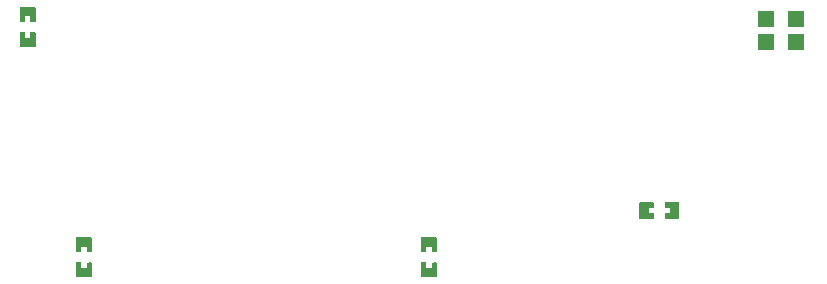
<source format=gtp>
G04 Layer: TopPasteMaskLayer*
G04 EasyEDA v6.5.39, 2024-02-04 18:14:41*
G04 2f83d60dcc7a4208ae63cd86e36a5a3b,5509f98a9368439c9cde498926e245b9,10*
G04 Gerber Generator version 0.2*
G04 Scale: 100 percent, Rotated: No, Reflected: No *
G04 Dimensions in inches *
G04 leading zeros omitted , absolute positions ,3 integer and 6 decimal *
%FSLAX36Y36*%
%MOIN*%

%AMMACRO1*21,1,$1,$2,0,0,$3*%
%ADD10R,0.0532X0.0555*%
%ADD11MACRO1,0.0532X0.0555X0.0000*%

%LPD*%
G36*
X1500600Y310940D02*
G01*
X1498620Y308980D01*
X1498620Y263700D01*
X1500600Y261740D01*
X1517120Y261920D01*
X1517120Y279260D01*
X1534840Y279260D01*
X1534840Y261540D01*
X1550980Y261740D01*
X1552960Y263700D01*
X1552960Y308980D01*
X1550980Y310940D01*
G37*
G36*
X1500600Y226300D02*
G01*
X1498620Y224340D01*
X1498620Y179060D01*
X1500600Y177079D01*
X1550980Y177079D01*
X1552960Y179060D01*
X1552960Y224340D01*
X1550980Y226300D01*
X1534840Y226100D01*
X1534840Y208780D01*
X1517120Y208780D01*
X1517120Y226300D01*
G37*
G36*
X350600Y310940D02*
G01*
X348620Y308980D01*
X348620Y263700D01*
X350600Y261740D01*
X367120Y261920D01*
X367120Y279260D01*
X384840Y279260D01*
X384840Y261540D01*
X400980Y261740D01*
X402960Y263700D01*
X402960Y308980D01*
X400980Y310940D01*
G37*
G36*
X350600Y226300D02*
G01*
X348620Y224340D01*
X348620Y179060D01*
X350600Y177079D01*
X400980Y177079D01*
X402960Y179060D01*
X402960Y224340D01*
X400980Y226300D01*
X384840Y226100D01*
X384840Y208780D01*
X367120Y208780D01*
X367120Y226300D01*
G37*
G36*
X180159Y993460D02*
G01*
X164020Y993259D01*
X162040Y991300D01*
X162040Y946020D01*
X164020Y944060D01*
X214400Y944060D01*
X216380Y946020D01*
X216380Y991300D01*
X214400Y993259D01*
X197880Y993080D01*
X197880Y975740D01*
X180159Y975740D01*
G37*
G36*
X164020Y1077920D02*
G01*
X162040Y1075940D01*
X162040Y1030660D01*
X164020Y1028700D01*
X180159Y1028900D01*
X180159Y1046220D01*
X197880Y1046220D01*
X197880Y1028700D01*
X214400Y1028700D01*
X216380Y1030660D01*
X216380Y1075940D01*
X214400Y1077920D01*
G37*
G36*
X2313700Y426380D02*
G01*
X2311740Y424400D01*
X2311920Y407879D01*
X2329260Y407879D01*
X2329260Y390160D01*
X2311540Y390160D01*
X2311740Y374020D01*
X2313700Y372040D01*
X2358980Y372040D01*
X2360940Y374020D01*
X2360940Y424400D01*
X2358980Y426380D01*
G37*
G36*
X2229060Y426380D02*
G01*
X2227080Y424400D01*
X2227080Y374020D01*
X2229060Y372040D01*
X2274340Y372040D01*
X2276300Y374020D01*
X2276100Y390160D01*
X2258780Y390160D01*
X2258780Y407879D01*
X2276300Y407879D01*
X2276300Y424400D01*
X2274340Y426380D01*
G37*
D10*
G01*
X2650000Y1039369D03*
D11*
G01*
X2650005Y960625D03*
D10*
G01*
X2750000Y1039369D03*
D11*
G01*
X2750005Y960625D03*
M02*

</source>
